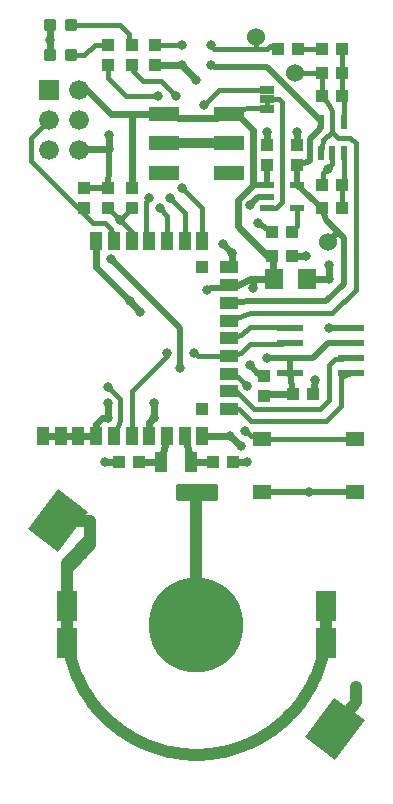
<source format=gbr>
G75*
%MOIN*%
%OFA0B0*%
%FSLAX25Y25*%
%IPPOS*%
%LPD*%
%AMOC8*
5,1,8,0,0,1.08239X$1,22.5*
%
%ADD10C,0.01181*%
%ADD11R,0.04331X0.03937*%
%ADD12R,0.07000X0.10000*%
%ADD13C,0.31496*%
%ADD14R,0.06299X0.07087*%
%ADD15R,0.03937X0.04331*%
%ADD16R,0.04724X0.02165*%
%ADD17R,0.04331X0.06693*%
%ADD18R,0.05000X0.02500*%
%ADD19C,0.01600*%
%ADD20R,0.03937X0.05906*%
%ADD21R,0.05906X0.03937*%
%ADD22R,0.03937X0.03937*%
%ADD23R,0.02165X0.04724*%
%ADD24C,0.03150*%
%ADD25R,0.06600X0.06600*%
%ADD26C,0.06600*%
%ADD27R,0.05906X0.05118*%
%ADD28R,0.09843X0.04724*%
%ADD29C,0.06000*%
%ADD30R,0.12598X0.16535*%
%ADD31R,0.08661X0.02362*%
%ADD32C,0.04000*%
%ADD33C,0.03169*%
%ADD34C,0.02400*%
%ADD35C,0.02000*%
%ADD36C,0.03562*%
%ADD37C,0.03200*%
D10*
X0011705Y0239567D02*
X0011705Y0236811D01*
X0008949Y0236811D01*
X0008949Y0239567D01*
X0011705Y0239567D01*
X0011705Y0237991D02*
X0008949Y0237991D01*
X0008949Y0239171D02*
X0011705Y0239171D01*
X0018610Y0239567D02*
X0018610Y0236811D01*
X0015854Y0236811D01*
X0015854Y0239567D01*
X0018610Y0239567D01*
X0018610Y0237991D02*
X0015854Y0237991D01*
X0015854Y0239171D02*
X0018610Y0239171D01*
X0011705Y0249409D02*
X0011705Y0246653D01*
X0008949Y0246653D01*
X0008949Y0249409D01*
X0011705Y0249409D01*
X0011705Y0247833D02*
X0008949Y0247833D01*
X0008949Y0249013D02*
X0011705Y0249013D01*
X0018610Y0249409D02*
X0018610Y0246653D01*
X0015854Y0246653D01*
X0015854Y0249409D01*
X0018610Y0249409D01*
X0018610Y0247833D02*
X0015854Y0247833D01*
X0015854Y0249013D02*
X0018610Y0249013D01*
D11*
X0029528Y0241535D03*
X0029528Y0234843D03*
X0037402Y0241535D03*
X0037402Y0234843D03*
X0107677Y0232283D03*
X0100984Y0232283D03*
X0091142Y0125000D03*
X0097835Y0125000D03*
X0039764Y0102362D03*
X0033071Y0102362D03*
X0064567Y0102362D03*
X0071260Y0102362D03*
X0084252Y0179134D03*
X0090945Y0179134D03*
X0086220Y0240157D03*
X0092913Y0240157D03*
X0021654Y0187106D03*
X0021654Y0193799D03*
X0084252Y0171260D03*
X0090945Y0171260D03*
X0037402Y0187106D03*
X0037402Y0193799D03*
D12*
X0015748Y0054331D03*
X0102362Y0054331D03*
X0015748Y0042126D03*
X0102362Y0042126D03*
D13*
X0059055Y0048228D03*
D14*
X0085039Y0163386D03*
X0096063Y0163386D03*
D15*
X0082677Y0201378D03*
X0082677Y0208071D03*
X0092520Y0201378D03*
X0092520Y0208071D03*
X0100984Y0187008D03*
X0107677Y0187008D03*
X0045276Y0234843D03*
X0045276Y0241535D03*
X0100984Y0194882D03*
X0107677Y0194882D03*
X0107677Y0240157D03*
X0100984Y0240157D03*
X0107677Y0224409D03*
X0100984Y0224409D03*
X0029528Y0193799D03*
X0029528Y0187106D03*
X0081693Y0124606D03*
X0081693Y0131299D03*
D16*
X0082480Y0194685D03*
X0082480Y0190945D03*
X0082480Y0187205D03*
X0092717Y0187205D03*
X0092717Y0194685D03*
D17*
X0057087Y0102362D03*
X0047244Y0102362D03*
D18*
X0082677Y0226625D03*
X0082677Y0223425D03*
X0082677Y0220225D03*
D19*
X0082677Y0220925D02*
X0082677Y0223425D01*
X0052791Y0094608D02*
X0065319Y0094608D01*
X0065319Y0090432D01*
X0052791Y0090432D01*
X0052791Y0094608D01*
X0052791Y0091115D02*
X0065319Y0091115D01*
X0065319Y0092714D02*
X0052791Y0092714D01*
X0052791Y0094312D02*
X0065319Y0094312D01*
X0069882Y0167323D02*
X0070866Y0169291D01*
X0104331Y0205512D02*
X0104331Y0201772D01*
X0102854Y0200295D01*
X0101378Y0198819D01*
X0101378Y0196850D01*
X0100984Y0194882D01*
X0082677Y0220225D02*
X0080709Y0220472D01*
X0075787Y0220472D01*
X0069882Y0218504D01*
X0069882Y0137795D02*
X0073819Y0138780D01*
X0076772Y0141732D01*
X0085630Y0141732D01*
X0069882Y0137795D02*
X0059547Y0137795D01*
X0058071Y0138780D01*
X0085630Y0141732D02*
X0090157Y0142264D01*
X0100984Y0224409D02*
X0100984Y0232283D01*
X0069882Y0149606D02*
X0076772Y0152067D01*
X0104331Y0152067D01*
X0112205Y0159941D01*
X0112205Y0208661D01*
X0100984Y0224409D02*
X0103346Y0221457D01*
X0104331Y0219488D01*
X0104331Y0212598D01*
X0101378Y0209646D01*
X0100591Y0205512D01*
X0112205Y0208661D02*
X0110236Y0210630D01*
X0106299Y0210630D01*
X0104331Y0212598D01*
X0100984Y0232283D02*
X0092028Y0232283D01*
X0037402Y0241535D02*
X0036417Y0243602D01*
X0036417Y0245079D01*
X0033465Y0248031D01*
X0017232Y0248031D01*
X0017232Y0238189D02*
X0021654Y0238189D01*
X0025098Y0241634D01*
X0027067Y0241634D01*
X0029528Y0241535D01*
X0087598Y0222441D02*
X0087598Y0188976D01*
X0082480Y0187205D02*
X0085630Y0187008D01*
X0087598Y0188976D01*
X0087598Y0222441D02*
X0086614Y0223425D01*
X0082677Y0223425D01*
X0029528Y0127461D02*
X0033465Y0123524D01*
X0061516Y0221457D02*
X0066437Y0226378D01*
X0079724Y0226378D01*
X0082677Y0226625D01*
X0033465Y0123524D02*
X0033465Y0116142D01*
X0031496Y0111220D01*
X0069882Y0143701D02*
X0073819Y0144685D01*
X0076772Y0147638D01*
X0085630Y0147638D01*
X0090157Y0147264D01*
X0072343Y0125984D02*
X0078248Y0120079D01*
X0103346Y0123031D02*
X0103346Y0134843D01*
X0105315Y0136811D01*
X0103346Y0123031D02*
X0100394Y0120079D01*
X0078248Y0120079D01*
X0072343Y0125984D02*
X0069882Y0125984D01*
X0105315Y0136811D02*
X0110630Y0137264D01*
X0046752Y0187008D02*
X0049213Y0184547D01*
X0049213Y0176181D01*
X0009764Y0216535D02*
X0003937Y0210630D01*
X0003937Y0202756D01*
X0030512Y0180118D02*
X0031496Y0176181D01*
X0003937Y0202756D02*
X0019685Y0187008D01*
X0021654Y0187106D01*
X0024606Y0182087D02*
X0028543Y0182087D01*
X0030512Y0180118D01*
X0021654Y0187106D02*
X0021161Y0185531D01*
X0024606Y0182087D01*
X0043307Y0190453D02*
X0042323Y0188976D01*
X0042323Y0177657D01*
X0043307Y0176181D01*
X0033465Y0183071D02*
X0037402Y0179134D01*
X0037402Y0176181D01*
X0037402Y0187106D02*
X0033465Y0183071D01*
X0029528Y0187106D01*
X0092717Y0187205D02*
X0092520Y0186024D01*
X0092520Y0181102D01*
X0090945Y0179134D01*
X0054213Y0241535D02*
X0045276Y0241535D01*
X0108071Y0205512D02*
X0108268Y0202756D01*
X0108268Y0196850D01*
X0107677Y0194882D01*
X0107677Y0187008D01*
X0063898Y0241535D02*
X0064961Y0240157D01*
X0078740Y0240157D01*
X0082677Y0240157D01*
X0083661Y0241142D01*
X0086220Y0240157D01*
X0078740Y0240157D02*
X0078740Y0244094D01*
X0092913Y0240157D02*
X0100984Y0240157D01*
X0107677Y0240157D02*
X0107677Y0232283D01*
X0107677Y0224409D01*
X0108071Y0215748D02*
X0108268Y0216535D01*
X0108268Y0222441D01*
X0107677Y0224409D01*
X0055118Y0176181D02*
X0055118Y0185531D01*
X0050197Y0190453D01*
X0046260Y0224409D02*
X0035433Y0224409D01*
X0029528Y0230315D01*
X0029528Y0234843D01*
X0041339Y0229331D02*
X0047244Y0229331D01*
X0052165Y0224409D01*
X0061024Y0176181D02*
X0061024Y0187008D01*
X0054134Y0193898D01*
X0041339Y0229331D02*
X0037894Y0232776D01*
X0037402Y0234843D01*
X0079724Y0111220D02*
X0080906Y0110236D01*
X0112008Y0110236D01*
X0079724Y0111220D02*
X0077264Y0111220D01*
X0075295Y0112697D01*
X0075787Y0127953D02*
X0072835Y0130906D01*
X0069882Y0131890D01*
X0037402Y0111220D02*
X0037402Y0125984D01*
X0049213Y0137795D01*
X0049213Y0138780D01*
X0073327Y0120079D02*
X0077264Y0116142D01*
X0107283Y0130906D02*
X0107283Y0121063D01*
X0102362Y0116142D01*
X0077264Y0116142D01*
X0073327Y0120079D02*
X0069882Y0120079D01*
X0107283Y0130906D02*
X0110630Y0132264D01*
D20*
X0007874Y0111220D03*
X0013780Y0111220D03*
X0019685Y0111220D03*
X0025591Y0111220D03*
X0031496Y0111220D03*
X0037402Y0111220D03*
X0043307Y0111220D03*
X0049213Y0111220D03*
X0055118Y0111220D03*
X0061024Y0111220D03*
X0061024Y0176181D03*
X0055118Y0176181D03*
X0049213Y0176181D03*
X0043307Y0176181D03*
X0037402Y0176181D03*
X0031496Y0176181D03*
X0025591Y0176181D03*
D21*
X0069882Y0120079D03*
X0069882Y0125984D03*
X0069882Y0131890D03*
X0069882Y0137795D03*
X0069882Y0143701D03*
X0069882Y0149606D03*
X0069882Y0155512D03*
X0069882Y0161417D03*
X0069882Y0167323D03*
D22*
X0061024Y0120079D03*
X0061024Y0167323D03*
D23*
X0100591Y0205512D03*
X0104331Y0205512D03*
X0108071Y0205512D03*
X0108071Y0215748D03*
X0100591Y0215748D03*
D24*
X0063898Y0241535D03*
X0063898Y0234843D03*
X0054213Y0241535D03*
X0054213Y0234843D03*
D25*
X0009764Y0226535D03*
D26*
X0019764Y0226535D03*
X0009764Y0216535D03*
X0019764Y0216535D03*
X0009764Y0206535D03*
X0019764Y0206535D03*
D27*
X0080906Y0110236D03*
X0112008Y0110236D03*
X0080906Y0092520D03*
X0112008Y0092520D03*
D28*
X0069882Y0208661D03*
X0069882Y0218504D03*
X0069882Y0198819D03*
X0048228Y0218504D03*
X0048228Y0208661D03*
X0048228Y0198819D03*
D29*
X0078740Y0244094D03*
X0092028Y0232283D03*
X0102854Y0175689D03*
D30*
G36*
X0013047Y0072546D02*
X0002987Y0080128D01*
X0012937Y0093332D01*
X0022997Y0085750D01*
X0013047Y0072546D01*
G37*
G36*
X0105173Y0003124D02*
X0095113Y0010706D01*
X0105063Y0023910D01*
X0115123Y0016328D01*
X0105173Y0003124D01*
G37*
D31*
X0110630Y0137264D03*
X0090157Y0137264D03*
X0110630Y0132264D03*
X0110630Y0142264D03*
X0110630Y0147264D03*
X0090157Y0132264D03*
X0090157Y0142264D03*
X0090157Y0147264D03*
D32*
X0059055Y0092520D02*
X0059055Y0048228D01*
X0105118Y0013517D02*
X0112205Y0022638D01*
X0112205Y0027559D01*
X0015748Y0068898D02*
X0023622Y0076772D01*
X0023622Y0074803D01*
X0015748Y0066929D01*
X0015748Y0068898D01*
X0015748Y0067975D02*
X0016794Y0067975D01*
X0018824Y0071973D02*
X0020792Y0071973D01*
X0022822Y0075972D02*
X0023622Y0075972D01*
X0015748Y0054331D02*
X0015748Y0048228D01*
X0015761Y0047182D01*
X0015799Y0046136D01*
X0015862Y0045091D01*
X0015950Y0044048D01*
X0016064Y0043008D01*
X0016202Y0041971D01*
X0016366Y0040937D01*
X0016555Y0039908D01*
X0016768Y0038883D01*
X0017006Y0037864D01*
X0017269Y0036851D01*
X0017556Y0035845D01*
X0017868Y0034845D01*
X0018203Y0033854D01*
X0018562Y0032871D01*
X0018945Y0031897D01*
X0019351Y0030933D01*
X0019781Y0029978D01*
X0020233Y0029035D01*
X0020709Y0028102D01*
X0021206Y0027182D01*
X0021726Y0026273D01*
X0022267Y0025377D01*
X0022830Y0024495D01*
X0023414Y0023627D01*
X0024019Y0022773D01*
X0024644Y0021934D01*
X0025290Y0021110D01*
X0025955Y0020302D01*
X0026639Y0019510D01*
X0027343Y0018735D01*
X0028065Y0017978D01*
X0028805Y0017238D01*
X0029562Y0016516D01*
X0030337Y0015812D01*
X0031129Y0015128D01*
X0031937Y0014463D01*
X0032761Y0013817D01*
X0033600Y0013192D01*
X0034454Y0012587D01*
X0035322Y0012003D01*
X0036204Y0011440D01*
X0037100Y0010899D01*
X0038009Y0010379D01*
X0038929Y0009882D01*
X0039862Y0009406D01*
X0040805Y0008954D01*
X0041760Y0008524D01*
X0042724Y0008118D01*
X0043698Y0007735D01*
X0044681Y0007376D01*
X0045672Y0007041D01*
X0046672Y0006729D01*
X0047678Y0006442D01*
X0048691Y0006179D01*
X0049710Y0005941D01*
X0050735Y0005728D01*
X0051764Y0005539D01*
X0052798Y0005375D01*
X0053835Y0005237D01*
X0054875Y0005123D01*
X0055918Y0005035D01*
X0056963Y0004972D01*
X0058009Y0004934D01*
X0059055Y0004921D01*
X0060101Y0004934D01*
X0061147Y0004972D01*
X0062192Y0005035D01*
X0063235Y0005123D01*
X0064275Y0005237D01*
X0065312Y0005375D01*
X0066346Y0005539D01*
X0067375Y0005728D01*
X0068400Y0005941D01*
X0069419Y0006179D01*
X0070432Y0006442D01*
X0071438Y0006729D01*
X0072438Y0007041D01*
X0073429Y0007376D01*
X0074412Y0007735D01*
X0075386Y0008118D01*
X0076350Y0008524D01*
X0077305Y0008954D01*
X0078248Y0009406D01*
X0079181Y0009882D01*
X0080101Y0010379D01*
X0081010Y0010899D01*
X0081906Y0011440D01*
X0082788Y0012003D01*
X0083656Y0012587D01*
X0084510Y0013192D01*
X0085349Y0013817D01*
X0086173Y0014463D01*
X0086981Y0015128D01*
X0087773Y0015812D01*
X0088548Y0016516D01*
X0089305Y0017238D01*
X0090045Y0017978D01*
X0090767Y0018735D01*
X0091471Y0019510D01*
X0092155Y0020302D01*
X0092820Y0021110D01*
X0093466Y0021934D01*
X0094091Y0022773D01*
X0094696Y0023627D01*
X0095280Y0024495D01*
X0095843Y0025377D01*
X0096384Y0026273D01*
X0096904Y0027182D01*
X0097401Y0028102D01*
X0097877Y0029035D01*
X0098329Y0029978D01*
X0098759Y0030933D01*
X0099165Y0031897D01*
X0099548Y0032871D01*
X0099907Y0033854D01*
X0100242Y0034845D01*
X0100554Y0035845D01*
X0100841Y0036851D01*
X0101104Y0037864D01*
X0101342Y0038883D01*
X0101555Y0039908D01*
X0101744Y0040937D01*
X0101908Y0041971D01*
X0102046Y0043008D01*
X0102160Y0044048D01*
X0102248Y0045091D01*
X0102311Y0046136D01*
X0102349Y0047182D01*
X0102362Y0048228D01*
X0102362Y0054331D01*
X0102362Y0048228D02*
X0102362Y0042126D01*
X0015748Y0054331D02*
X0015748Y0067913D01*
X0015748Y0067914D02*
X0015810Y0067916D01*
X0015871Y0067922D01*
X0015932Y0067931D01*
X0015993Y0067945D01*
X0016052Y0067962D01*
X0016110Y0067983D01*
X0016167Y0068008D01*
X0016222Y0068036D01*
X0016275Y0068067D01*
X0016326Y0068102D01*
X0016375Y0068140D01*
X0016422Y0068181D01*
X0016465Y0068224D01*
X0016506Y0068271D01*
X0016544Y0068320D01*
X0016579Y0068371D01*
X0016610Y0068424D01*
X0016638Y0068479D01*
X0016663Y0068536D01*
X0016684Y0068594D01*
X0016701Y0068653D01*
X0016715Y0068714D01*
X0016724Y0068775D01*
X0016730Y0068836D01*
X0016732Y0068898D01*
X0015748Y0054331D02*
X0015748Y0042126D01*
X0015748Y0067913D02*
X0016732Y0068898D01*
X0012992Y0082939D02*
X0023622Y0082677D01*
X0023622Y0076772D01*
D33*
X0059055Y0092520D03*
X0063231Y0092520D03*
X0054879Y0092520D03*
X0028543Y0102362D03*
X0075787Y0102362D03*
X0067913Y0175197D03*
X0070866Y0172244D03*
X0029528Y0122047D03*
X0029528Y0117126D03*
X0040354Y0152559D03*
X0059055Y0229823D03*
X0096457Y0092520D03*
X0036909Y0156004D03*
X0010335Y0243110D03*
X0044783Y0122047D03*
X0044783Y0117126D03*
X0073819Y0107776D03*
X0070374Y0111220D03*
X0102854Y0200295D03*
X0082677Y0212598D03*
X0092520Y0212598D03*
X0112205Y0027559D03*
X0112205Y0022638D03*
X0076772Y0187992D03*
X0079724Y0182087D03*
X0095472Y0171260D03*
X0103346Y0163386D03*
X0103346Y0168307D03*
X0098425Y0129921D03*
X0076772Y0134843D03*
X0030020Y0206693D03*
X0030020Y0211614D03*
X0103346Y0147146D03*
X0082677Y0137303D03*
X0077756Y0160433D03*
X0062500Y0159941D03*
X0058071Y0138780D03*
X0061516Y0221457D03*
X0029528Y0127461D03*
X0016732Y0068898D03*
X0019685Y0071850D03*
X0022638Y0074803D03*
X0053642Y0133858D03*
X0030512Y0170276D03*
X0046752Y0187008D03*
X0043307Y0190453D03*
X0033465Y0183071D03*
X0046260Y0224409D03*
X0050197Y0190453D03*
X0052165Y0224409D03*
X0054134Y0193898D03*
X0075295Y0112697D03*
X0075787Y0127953D03*
X0049213Y0138780D03*
D34*
X0033071Y0102362D02*
X0028543Y0102362D01*
X0043307Y0111220D02*
X0043307Y0115650D01*
X0044783Y0117126D01*
X0044783Y0122047D01*
X0071260Y0102362D02*
X0075787Y0102362D01*
X0025591Y0111220D02*
X0019685Y0111220D01*
X0007874Y0111220D02*
X0013780Y0111220D01*
X0019685Y0111220D01*
X0070866Y0169291D02*
X0070866Y0172244D01*
X0067913Y0175197D01*
X0025591Y0111220D02*
X0025591Y0115157D01*
X0027559Y0117126D01*
X0029528Y0117126D01*
X0029528Y0122047D01*
X0025591Y0176181D02*
X0025591Y0167323D01*
X0036909Y0156004D01*
X0040354Y0152559D01*
X0059055Y0229823D02*
X0054213Y0234843D01*
X0045276Y0234843D01*
X0010327Y0248031D02*
X0010327Y0243110D01*
X0010327Y0238189D01*
X0010335Y0243110D02*
X0010327Y0243110D01*
X0061024Y0111220D02*
X0070374Y0111220D01*
X0073819Y0107776D01*
X0082677Y0208071D02*
X0082677Y0212598D01*
X0092520Y0212598D02*
X0092520Y0208071D01*
X0096063Y0163386D02*
X0103346Y0163386D01*
X0103346Y0168307D01*
X0095472Y0171260D02*
X0090945Y0171260D01*
X0098425Y0129921D02*
X0097835Y0125000D01*
X0030020Y0206693D02*
X0030020Y0211614D01*
X0019764Y0206535D02*
X0021654Y0206693D01*
X0030020Y0206693D01*
X0072835Y0189961D02*
X0072835Y0181102D01*
X0077756Y0194882D02*
X0077756Y0213091D01*
X0022638Y0226378D02*
X0019764Y0226535D01*
X0048228Y0218504D02*
X0053150Y0217028D01*
X0065453Y0217028D01*
X0069882Y0218504D01*
X0048228Y0218504D02*
X0037402Y0218504D01*
X0030512Y0218504D01*
X0073819Y0217028D02*
X0077756Y0213091D01*
X0030512Y0218504D02*
X0022638Y0226378D01*
X0072835Y0189961D02*
X0077756Y0194882D01*
X0072835Y0181102D02*
X0082677Y0171260D01*
X0084252Y0171260D01*
X0084646Y0168307D01*
X0084646Y0163386D01*
X0085039Y0163386D01*
X0069882Y0161417D02*
X0072835Y0161417D01*
X0076772Y0163386D01*
X0077756Y0163386D01*
X0085039Y0163386D01*
X0077756Y0163386D02*
X0077756Y0160433D01*
X0091142Y0125000D02*
X0083169Y0125000D01*
X0081693Y0124606D01*
X0037402Y0193799D02*
X0037402Y0218504D01*
X0049213Y0111220D02*
X0047244Y0102362D01*
X0039764Y0102362D01*
X0055118Y0111220D02*
X0057087Y0102362D01*
X0064567Y0102362D01*
D35*
X0112008Y0092520D02*
X0096457Y0092520D01*
X0080906Y0092520D01*
X0082480Y0190945D02*
X0079724Y0190945D01*
X0076772Y0187992D01*
X0079724Y0182087D02*
X0084252Y0179134D01*
X0081693Y0131299D02*
X0079724Y0131890D01*
X0076772Y0134843D01*
X0030020Y0206693D02*
X0030020Y0200787D01*
X0029528Y0193799D01*
X0021654Y0193799D01*
X0110630Y0147264D02*
X0106299Y0147146D01*
X0103346Y0147146D01*
X0073819Y0217028D02*
X0069882Y0218504D01*
X0082677Y0201378D02*
X0082480Y0194685D01*
X0077756Y0194882D01*
X0069882Y0161417D02*
X0066929Y0160433D01*
X0063484Y0160433D01*
X0062500Y0159941D01*
X0062402Y0160433D01*
X0091142Y0125000D02*
X0090157Y0132264D01*
X0090157Y0137264D01*
X0110630Y0142264D02*
X0106299Y0142224D01*
X0102854Y0142224D01*
X0097933Y0137303D01*
X0094488Y0137303D01*
X0090157Y0137264D01*
X0082677Y0137303D01*
X0053642Y0133858D02*
X0053642Y0147146D01*
X0030512Y0170276D01*
X0100394Y0216535D02*
X0082677Y0234252D01*
X0064961Y0234252D01*
X0063898Y0234843D01*
X0108268Y0177165D02*
X0108268Y0161909D01*
X0102362Y0156004D01*
X0076772Y0156004D01*
X0069882Y0155512D01*
X0096949Y0202756D02*
X0096949Y0210138D01*
X0092717Y0194685D02*
X0100984Y0187008D01*
X0102362Y0183071D01*
X0106299Y0179134D01*
X0108268Y0177165D01*
X0092717Y0194685D02*
X0092520Y0201378D01*
X0096949Y0202756D01*
X0096949Y0210138D02*
X0100394Y0213583D01*
X0100394Y0216535D02*
X0100591Y0215748D01*
X0100394Y0213583D01*
X0106299Y0179134D02*
X0102854Y0175689D01*
D36*
X0059055Y0208661D03*
D37*
X0069882Y0208661D01*
X0059055Y0208661D02*
X0048228Y0208661D01*
M02*

</source>
